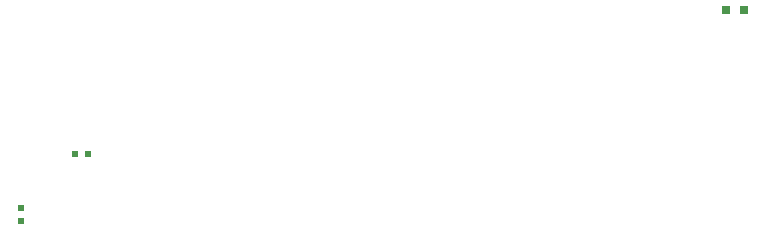
<source format=gbr>
G04 EAGLE Gerber RS-274X export*
G75*
%MOMM*%
%FSLAX34Y34*%
%LPD*%
%INSolderpaste Top*%
%IPPOS*%
%AMOC8*
5,1,8,0,0,1.08239X$1,22.5*%
G01*
%ADD10R,0.508000X0.609600*%
%ADD11R,0.609600X0.508000*%
%ADD12R,0.800000X0.800000*%


D10*
X330200Y375412D03*
X330200Y386588D03*
D11*
X386588Y431800D03*
X375412Y431800D03*
D12*
X927220Y553720D03*
X942220Y553720D03*
M02*

</source>
